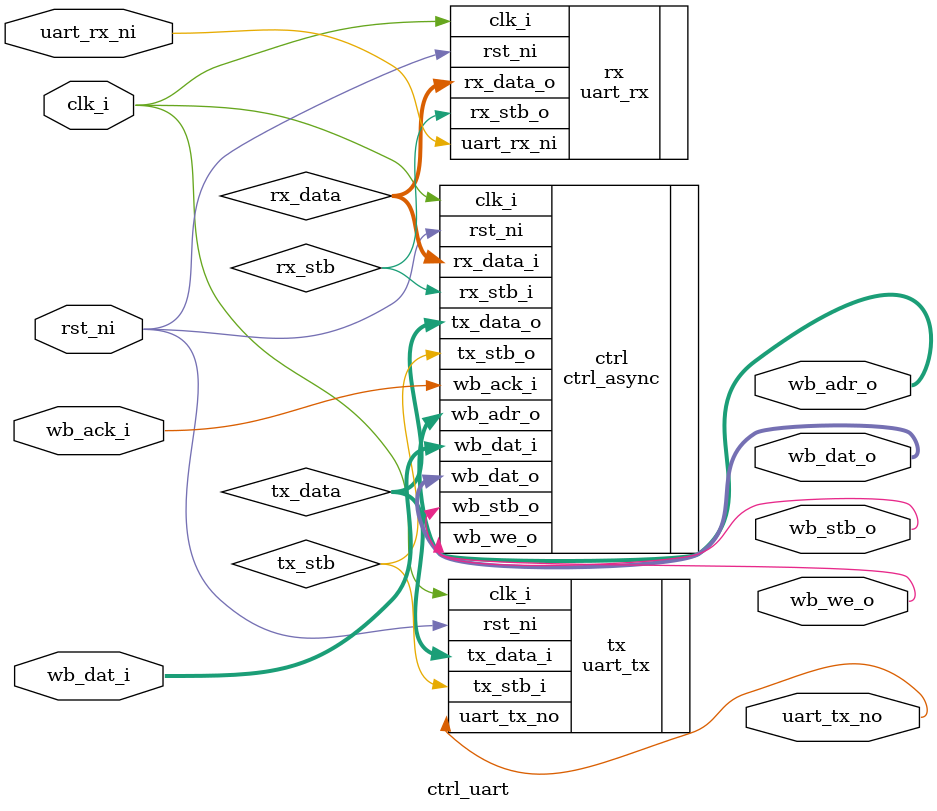
<source format=sv>
`default_nettype none


module ctrl_uart (
  input  clk_i,
  input  rst_ni,

  // wishbone b4 controller
  output wb_we_o,
  output wb_stb_o,
  input  wb_ack_i,
  output [3:0] wb_adr_o,
  output [7:0] wb_dat_o,
  input  [7:0] wb_dat_i,

  // uart i/o
  output uart_tx_no,
  input  uart_rx_ni
);
  logic rx_stb;
  logic [7:0] rx_data;

  uart_rx rx (
    .clk_i, .rst_ni,
    .rx_stb_o(rx_stb), .rx_data_o(rx_data),
    .uart_rx_ni
  );

  logic tx_stb;
  logic [7:0] tx_data;

  uart_tx tx (
    .clk_i, .rst_ni,
    .tx_stb_i(tx_stb), .tx_data_i(tx_data),
    .uart_tx_no
  );

  ctrl_async ctrl (
    .clk_i, .rst_ni,
    .wb_we_o, .wb_adr_o, .wb_dat_o, .wb_stb_o, .wb_dat_i, .wb_ack_i,
    .rx_stb_i(rx_stb), .rx_data_i(rx_data),
    .tx_stb_o(tx_stb), .tx_data_o(tx_data)
  );

endmodule

</source>
